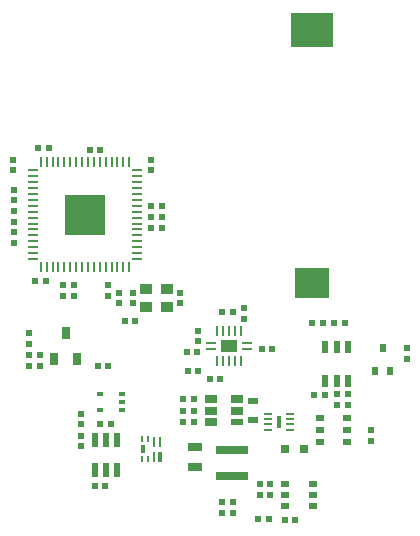
<source format=gbp>
G04*
G04 #@! TF.GenerationSoftware,Altium Limited,Altium Designer,19.1.5 (86)*
G04*
G04 Layer_Color=128*
%FSLAX44Y44*%
%MOMM*%
G71*
G01*
G75*
%ADD23R,0.5500X0.5500*%
%ADD25R,0.5500X0.5500*%
%ADD51R,0.9500X0.5500*%
%ADD113R,0.8000X0.8000*%
%ADD144R,0.5600X0.6500*%
%ADD145R,0.7000X0.2500*%
%ADD147R,3.6000X3.0000*%
%ADD148R,3.0000X2.6000*%
%ADD149R,0.6500X1.0600*%
%ADD150R,1.0600X0.6500*%
%ADD151R,1.0600X0.6000*%
%ADD153R,0.6200X1.2200*%
%ADD158R,2.7000X0.8000*%
%ADD159R,0.6000X1.0500*%
%ADD160R,0.5000X0.4000*%
%ADD161O,0.2500X0.8500*%
%ADD162O,0.8500X0.2500*%
%ADD164R,1.0000X0.9000*%
%ADD165R,1.3000X0.7000*%
%ADD166R,0.6990X0.5080*%
%ADD167R,1.4000X1.0000*%
%ADD168R,0.2400X0.9000*%
%ADD169R,0.9000X0.2400*%
%ADD170R,0.8000X0.5500*%
%ADD199R,0.4000X1.1300*%
%ADD200R,0.3800X0.6400*%
%ADD201R,0.2400X0.5400*%
%ADD202R,0.2400X0.9400*%
%ADD203R,0.3400X0.9400*%
%ADD204R,3.3500X3.3500*%
D23*
X148000Y150750D02*
D03*
Y159750D02*
D03*
X126000Y263750D02*
D03*
Y254750D02*
D03*
X138250Y150750D02*
D03*
Y159750D02*
D03*
X214750Y203750D02*
D03*
Y212750D02*
D03*
X167250Y210250D02*
D03*
Y219250D02*
D03*
X281500Y171500D02*
D03*
Y180500D02*
D03*
X205500Y219000D02*
D03*
Y210000D02*
D03*
X226500Y212750D02*
D03*
Y203750D02*
D03*
X266500Y203750D02*
D03*
Y212750D02*
D03*
X427750Y96250D02*
D03*
Y87250D02*
D03*
X182250Y101250D02*
D03*
Y110250D02*
D03*
X182250Y82750D02*
D03*
Y91750D02*
D03*
X399000Y118000D02*
D03*
Y127000D02*
D03*
X408500Y118000D02*
D03*
Y127000D02*
D03*
X242250Y316250D02*
D03*
Y325250D02*
D03*
X177000Y210250D02*
D03*
Y219250D02*
D03*
X138250Y178250D02*
D03*
Y169250D02*
D03*
X126000Y272750D02*
D03*
Y281750D02*
D03*
X126000Y290750D02*
D03*
Y299750D02*
D03*
X125250Y325250D02*
D03*
Y316250D02*
D03*
X320750Y199750D02*
D03*
Y190750D02*
D03*
X458250Y156750D02*
D03*
Y165750D02*
D03*
D25*
X205750Y151000D02*
D03*
X196750D02*
D03*
X272000Y162750D02*
D03*
X281000D02*
D03*
X198750Y101500D02*
D03*
X207750D02*
D03*
X199000Y333750D02*
D03*
X190000D02*
D03*
X380250Y125750D02*
D03*
X389250D02*
D03*
X273000Y146250D02*
D03*
X282000D02*
D03*
X242000Y267500D02*
D03*
X251000D02*
D03*
X242000Y285750D02*
D03*
X251000D02*
D03*
X251000Y276500D02*
D03*
X242000D02*
D03*
X146500Y335000D02*
D03*
X155500D02*
D03*
X144000Y222500D02*
D03*
X153000D02*
D03*
X269000Y103250D02*
D03*
X278000D02*
D03*
X269000Y112750D02*
D03*
X278000D02*
D03*
Y122250D02*
D03*
X269000D02*
D03*
X194250Y48750D02*
D03*
X203250D02*
D03*
X396750Y187000D02*
D03*
X405750D02*
D03*
X378500Y187000D02*
D03*
X387500D02*
D03*
X228750Y188500D02*
D03*
X219750D02*
D03*
X344500Y165000D02*
D03*
X335500D02*
D03*
X291500Y139250D02*
D03*
X300500D02*
D03*
X311250Y196000D02*
D03*
X302250D02*
D03*
X334000Y41500D02*
D03*
X343000D02*
D03*
X334000Y51000D02*
D03*
X343000D02*
D03*
X311000Y35250D02*
D03*
X302000D02*
D03*
Y26250D02*
D03*
X311000D02*
D03*
X364000Y20250D02*
D03*
X355000D02*
D03*
X341750Y21250D02*
D03*
X332750D02*
D03*
D51*
X328250Y120750D02*
D03*
Y104750D02*
D03*
D113*
X371000Y80500D02*
D03*
X355000D02*
D03*
D144*
X431800Y146750D02*
D03*
X444200D02*
D03*
X438000Y165750D02*
D03*
D145*
X341250Y110250D02*
D03*
Y105750D02*
D03*
Y101250D02*
D03*
Y96750D02*
D03*
X359750D02*
D03*
Y101250D02*
D03*
Y110250D02*
D03*
Y105750D02*
D03*
D147*
X378000Y435251D02*
D03*
D148*
Y221251D02*
D03*
D149*
X169500Y178500D02*
D03*
X160000Y156500D02*
D03*
X179000D02*
D03*
D150*
X292500Y112750D02*
D03*
X314500D02*
D03*
Y122250D02*
D03*
X292500D02*
D03*
Y103250D02*
D03*
D151*
X314500D02*
D03*
D153*
X213250Y62150D02*
D03*
Y88350D02*
D03*
X194250D02*
D03*
Y62150D02*
D03*
X203750Y88350D02*
D03*
Y62150D02*
D03*
D158*
X310750Y79500D02*
D03*
Y57500D02*
D03*
D159*
X389500Y138250D02*
D03*
X399000D02*
D03*
X408500D02*
D03*
Y166750D02*
D03*
X399000D02*
D03*
X389500D02*
D03*
D160*
X217500Y120000D02*
D03*
Y113500D02*
D03*
Y126500D02*
D03*
X198500D02*
D03*
Y113500D02*
D03*
D161*
X223500Y234500D02*
D03*
X218500D02*
D03*
X213500D02*
D03*
X208500D02*
D03*
X203500D02*
D03*
X198500D02*
D03*
X193500D02*
D03*
X188500D02*
D03*
X183500D02*
D03*
X178500D02*
D03*
X173500D02*
D03*
X168500D02*
D03*
X163500D02*
D03*
X158500D02*
D03*
X153500D02*
D03*
X148500D02*
D03*
Y323000D02*
D03*
X153500D02*
D03*
X158500D02*
D03*
X163500D02*
D03*
X168500D02*
D03*
X173500D02*
D03*
X178500D02*
D03*
X183500D02*
D03*
X188500D02*
D03*
X193500D02*
D03*
X198500D02*
D03*
X203500D02*
D03*
X208500D02*
D03*
X213500D02*
D03*
X218500D02*
D03*
X223500D02*
D03*
D162*
X141750Y241250D02*
D03*
Y246250D02*
D03*
Y251250D02*
D03*
Y256250D02*
D03*
Y261250D02*
D03*
Y266250D02*
D03*
Y271250D02*
D03*
Y276250D02*
D03*
Y281250D02*
D03*
Y286250D02*
D03*
Y291250D02*
D03*
Y296250D02*
D03*
Y301250D02*
D03*
Y306250D02*
D03*
Y311250D02*
D03*
Y316250D02*
D03*
X230250D02*
D03*
Y311250D02*
D03*
Y306250D02*
D03*
Y301250D02*
D03*
Y296250D02*
D03*
Y291250D02*
D03*
Y286250D02*
D03*
Y281250D02*
D03*
Y276250D02*
D03*
Y271250D02*
D03*
Y266250D02*
D03*
Y261250D02*
D03*
Y256250D02*
D03*
Y251250D02*
D03*
Y246250D02*
D03*
Y241250D02*
D03*
D164*
X255750Y216000D02*
D03*
X237250D02*
D03*
X255750Y200500D02*
D03*
X237250D02*
D03*
D165*
X278750Y64750D02*
D03*
Y81750D02*
D03*
D166*
X384870Y86650D02*
D03*
X408130D02*
D03*
Y106850D02*
D03*
X384870D02*
D03*
Y96750D02*
D03*
X408130D02*
D03*
D167*
X308000Y167500D02*
D03*
D168*
Y154500D02*
D03*
Y180500D02*
D03*
X303000D02*
D03*
X298000D02*
D03*
X313000D02*
D03*
X318000D02*
D03*
Y154500D02*
D03*
X313000D02*
D03*
X303000D02*
D03*
X298000D02*
D03*
D169*
X292500Y165000D02*
D03*
Y170000D02*
D03*
X323500Y165000D02*
D03*
Y170000D02*
D03*
D170*
X379000Y41500D02*
D03*
Y51000D02*
D03*
Y32000D02*
D03*
X355000D02*
D03*
Y41500D02*
D03*
Y51000D02*
D03*
D199*
X350500Y103500D02*
D03*
D200*
X235450Y80000D02*
D03*
D201*
X234250Y71500D02*
D03*
X239250D02*
D03*
X234250Y88500D02*
D03*
X239250D02*
D03*
D202*
X244250Y73500D02*
D03*
X249250Y86500D02*
D03*
X244250D02*
D03*
D203*
X249750Y73500D02*
D03*
D204*
X186000Y278750D02*
D03*
M02*

</source>
